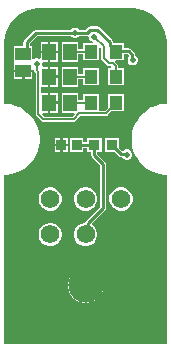
<source format=gbr>
%TF.GenerationSoftware,Altium Limited,Altium Designer,24.10.1 (45)*%
G04 Layer_Physical_Order=1*
G04 Layer_Color=255*
%FSLAX45Y45*%
%MOMM*%
%TF.SameCoordinates,0294F9B1-DA14-4278-B2A5-1D656DBEE686*%
%TF.FilePolarity,Positive*%
%TF.FileFunction,Copper,L1,Top,Signal*%
%TF.Part,Single*%
G01*
G75*
%TA.AperFunction,SMDPad,CuDef*%
%ADD10R,0.95000X0.95000*%
%ADD11R,0.85000X0.95000*%
%ADD12R,1.35000X1.10000*%
%ADD13R,1.10000X1.20000*%
%ADD14R,1.15000X1.45000*%
%TA.AperFunction,Conductor*%
%ADD15C,0.25000*%
%ADD16C,0.18000*%
%TA.AperFunction,ComponentPad*%
%ADD17C,3.00000*%
%ADD18C,1.57000*%
%ADD19R,1.57000X1.57000*%
%TA.AperFunction,ViaPad*%
%ADD20C,0.50000*%
G36*
X3620008Y5379999D02*
X3639607Y5379358D01*
X3639621Y5379357D01*
X3678527Y5374235D01*
X3704411Y5367299D01*
Y5367299D01*
X3704411Y5367299D01*
X3716431Y5364079D01*
X3752686Y5349061D01*
X3786671Y5329440D01*
X3817803Y5305551D01*
X3845552Y5277803D01*
X3869441Y5246671D01*
X3889062Y5212686D01*
X3904079Y5176431D01*
X3914235Y5138527D01*
X3919357Y5099620D01*
X3920000Y5080006D01*
X3920000Y4570168D01*
X3900337D01*
X3861347Y4565035D01*
X3823361Y4554857D01*
X3787029Y4539808D01*
X3752971Y4520144D01*
X3721772Y4496204D01*
X3693964Y4468396D01*
X3670024Y4437197D01*
X3650361Y4403140D01*
X3635311Y4366807D01*
X3625133Y4328821D01*
X3620000Y4289831D01*
Y4250505D01*
X3625133Y4211516D01*
X3635311Y4173530D01*
X3650361Y4137197D01*
X3670024Y4103140D01*
X3693964Y4071940D01*
X3721772Y4044133D01*
X3752971Y4020192D01*
X3787029Y4000529D01*
X3823361Y3985480D01*
X3861347Y3975301D01*
X3900337Y3970169D01*
X3920000D01*
X3920000Y2540000D01*
X2540000D01*
Y3970000D01*
X2559663D01*
X2598652Y3975133D01*
X2636639Y3985312D01*
X2672971Y4000361D01*
X2707029Y4020024D01*
X2738228Y4043964D01*
X2766036Y4071772D01*
X2789976Y4102971D01*
X2809639Y4137029D01*
X2824688Y4173361D01*
X2834867Y4211347D01*
X2840000Y4250337D01*
Y4289663D01*
X2834867Y4328653D01*
X2824688Y4366639D01*
X2809639Y4402971D01*
X2789976Y4437029D01*
X2766036Y4468228D01*
X2738228Y4496036D01*
X2707029Y4519976D01*
X2672971Y4539639D01*
X2636639Y4554688D01*
X2598652Y4564867D01*
X2559663Y4570000D01*
X2540000D01*
Y5080000D01*
X2540642Y5099621D01*
X2545764Y5138527D01*
X2555921Y5176432D01*
X2570938Y5212687D01*
X2590559Y5246671D01*
X2614448Y5277804D01*
X2642196Y5305552D01*
X2673329Y5329441D01*
X2707313Y5349062D01*
X2743568Y5364079D01*
X2781473Y5374235D01*
X2820379Y5379358D01*
X2840000Y5380000D01*
X3607300D01*
X3620008Y5379999D01*
D02*
G37*
%LPC*%
G36*
X3330600Y5225093D02*
X3269330D01*
X3259497Y5223138D01*
X3251162Y5217568D01*
X3229288Y5195694D01*
X3177946D01*
X3165490Y5208149D01*
X3148951Y5215000D01*
X3131049D01*
X3114510Y5208149D01*
X3102054Y5195694D01*
X2810000D01*
X2800168Y5193738D01*
X2791832Y5188168D01*
X2711832Y5108168D01*
X2706262Y5099832D01*
X2704306Y5090000D01*
Y5057700D01*
X2619800D01*
Y4922301D01*
X2619799Y4922300D01*
Y4917699D01*
X2619800D01*
X2619800Y4909600D01*
Y4860000D01*
X2700000D01*
X2788668D01*
X2792900Y4862262D01*
X2795429Y4860572D01*
Y4852445D01*
X2797114Y4843979D01*
X2801910Y4836801D01*
X2807875Y4830835D01*
Y4482976D01*
X2809559Y4474509D01*
X2814355Y4467331D01*
X2857331Y4424355D01*
X2864509Y4419559D01*
X2872976Y4417875D01*
X3128512D01*
X3136979Y4419559D01*
X3144157Y4424355D01*
X3187677Y4467875D01*
X3400000D01*
X3408467Y4469559D01*
X3415645Y4474355D01*
X3448590Y4507300D01*
X3552700D01*
Y4652700D01*
X3417300D01*
Y4538590D01*
X3390835Y4512125D01*
X3342700D01*
Y4652700D01*
X3207300D01*
Y4602125D01*
X3167700D01*
Y4665200D01*
X3027300D01*
Y4494800D01*
X3135429D01*
X3140289Y4483067D01*
X3119348Y4462125D01*
X2882141D01*
X2862166Y4482100D01*
X2867426Y4494800D01*
X2912500D01*
Y4580000D01*
Y4665200D01*
X2852300Y4665200D01*
X2852125Y4677828D01*
Y4702172D01*
X2852300Y4714800D01*
X2912500D01*
Y4800000D01*
Y4885200D01*
X2869368D01*
X2860882Y4897900D01*
X2862554Y4901938D01*
Y4919840D01*
X2865869Y4924800D01*
X2912500D01*
Y5000000D01*
X2852300D01*
Y4956376D01*
X2839600Y4950465D01*
X2826505Y4955889D01*
X2808603D01*
X2792064Y4949038D01*
X2791933Y4948907D01*
X2780200Y4953767D01*
Y5057700D01*
X2755693D01*
Y5079357D01*
X2820643Y5144306D01*
X3102054D01*
X3114510Y5131851D01*
X3131049Y5125000D01*
X3148951D01*
X3165490Y5131851D01*
X3177946Y5144306D01*
X3239930D01*
X3242300Y5144778D01*
X3254774Y5135813D01*
X3255000Y5135341D01*
Y5131049D01*
X3261851Y5114509D01*
X3274510Y5101851D01*
X3291049Y5095000D01*
X3290084Y5082700D01*
X3207300D01*
Y5032125D01*
X3167700D01*
Y5095200D01*
X3027300D01*
Y4924800D01*
X3167700D01*
Y4987875D01*
X3207300D01*
Y4937300D01*
X3342700D01*
Y5047360D01*
X3354531Y5052527D01*
X3362128Y5046390D01*
Y4954735D01*
X3363812Y4946268D01*
X3368608Y4939090D01*
X3410849Y4896849D01*
X3418027Y4892053D01*
X3426494Y4890369D01*
X3443686D01*
X3447381Y4885400D01*
X3440998Y4872700D01*
X3417300D01*
Y4727300D01*
X3552700D01*
Y4872700D01*
X3507125D01*
Y4887000D01*
X3505441Y4895467D01*
X3500645Y4902645D01*
X3478690Y4924600D01*
X3483695Y4937300D01*
X3552700D01*
Y4988825D01*
X3587810D01*
X3599523Y4977112D01*
Y4973163D01*
X3591851Y4965490D01*
X3585000Y4948951D01*
Y4931049D01*
X3591851Y4914510D01*
X3604510Y4901851D01*
X3621049Y4895000D01*
X3638951D01*
X3655491Y4901851D01*
X3668149Y4914510D01*
X3675000Y4931049D01*
Y4948951D01*
X3668149Y4965490D01*
X3655491Y4978149D01*
X3650910Y4980046D01*
Y4987755D01*
X3648955Y4997587D01*
X3643385Y5005923D01*
X3616621Y5032687D01*
X3608285Y5038257D01*
X3598453Y5040212D01*
X3552700D01*
Y5082700D01*
X3464694D01*
Y5091000D01*
X3462738Y5100833D01*
X3457168Y5109168D01*
X3348769Y5217568D01*
X3340433Y5223138D01*
X3330600Y5225093D01*
D02*
G37*
G36*
X2992700Y5095200D02*
X2932500D01*
Y5020000D01*
X2992700D01*
Y5095200D01*
D02*
G37*
G36*
X2912500D02*
X2852300D01*
Y5020000D01*
X2912500D01*
Y5095200D01*
D02*
G37*
G36*
X2992700Y5000000D02*
X2932500D01*
Y4924800D01*
X2992700D01*
Y5000000D01*
D02*
G37*
G36*
Y4885200D02*
X2932500D01*
Y4810000D01*
X2992700D01*
Y4885200D01*
D02*
G37*
G36*
X2780200Y4840000D02*
X2710000D01*
Y4782300D01*
X2780200D01*
Y4840000D01*
D02*
G37*
G36*
X2690000D02*
X2619800D01*
Y4782300D01*
X2690000D01*
Y4840000D01*
D02*
G37*
G36*
X3167700Y4885200D02*
X3027300D01*
Y4714800D01*
X3167700D01*
Y4777875D01*
X3207300D01*
Y4727300D01*
X3342700D01*
Y4872700D01*
X3207300D01*
Y4822125D01*
X3167700D01*
Y4885200D01*
D02*
G37*
G36*
X2992700Y4790000D02*
X2932500D01*
Y4714800D01*
X2992700D01*
Y4790000D01*
D02*
G37*
G36*
X2932500Y4665200D02*
Y4590000D01*
X2992700D01*
Y4665200D01*
X2932500D01*
D02*
G37*
G36*
X2992700Y4570000D02*
X2932500D01*
Y4494800D01*
X2992700D01*
Y4570000D01*
D02*
G37*
G36*
X3365200Y4280200D02*
X3244800D01*
Y4245694D01*
X3210200D01*
Y4280200D01*
X3099800D01*
Y4159800D01*
X3210200D01*
Y4194306D01*
X3244800D01*
Y4159800D01*
X3279306D01*
Y4135000D01*
X3281262Y4125168D01*
X3286832Y4116832D01*
X3354306Y4049357D01*
Y3700643D01*
X3231106Y3577442D01*
X3225536Y3569107D01*
X3224321Y3563000D01*
X3217032D01*
X3191980Y3556287D01*
X3169519Y3543320D01*
X3151180Y3524981D01*
X3138213Y3502520D01*
X3131500Y3477468D01*
Y3451532D01*
X3138213Y3426481D01*
X3151180Y3404020D01*
X3169519Y3385681D01*
X3191980Y3372713D01*
X3217032Y3366000D01*
X3242968D01*
X3268019Y3372713D01*
X3290480Y3385681D01*
X3308819Y3404020D01*
X3321787Y3426481D01*
X3328500Y3451532D01*
Y3477468D01*
X3321787Y3502520D01*
X3308819Y3524981D01*
X3290480Y3543320D01*
X3286312Y3545726D01*
X3284654Y3558318D01*
X3398168Y3671832D01*
X3403738Y3680168D01*
X3405694Y3690000D01*
Y4060000D01*
X3403738Y4069833D01*
X3398168Y4078168D01*
X3330694Y4145643D01*
Y4159800D01*
X3365200D01*
Y4280200D01*
D02*
G37*
G36*
X3080200D02*
X3035000D01*
Y4230000D01*
X3080200D01*
Y4280200D01*
D02*
G37*
G36*
X3015000D02*
X2969800D01*
Y4230000D01*
X3015000D01*
Y4280200D01*
D02*
G37*
G36*
X3080200Y4210000D02*
X3035000D01*
Y4159800D01*
X3080200D01*
Y4210000D01*
D02*
G37*
G36*
X3015000D02*
X2969800D01*
Y4159800D01*
X3015000D01*
Y4210000D01*
D02*
G37*
G36*
X3515200Y4280200D02*
X3394800D01*
Y4159800D01*
X3478864D01*
X3512048Y4126615D01*
X3520384Y4121046D01*
X3530216Y4119090D01*
X3539954D01*
X3541851Y4114510D01*
X3554510Y4101851D01*
X3571049Y4095000D01*
X3588951D01*
X3605490Y4101851D01*
X3618149Y4114510D01*
X3625000Y4131049D01*
Y4148951D01*
X3618149Y4165491D01*
X3605490Y4178149D01*
X3588951Y4185000D01*
X3571049D01*
X3554510Y4178149D01*
X3546837Y4170477D01*
X3540859D01*
X3515200Y4196136D01*
Y4280200D01*
D02*
G37*
G36*
X3542968Y3863000D02*
X3517032D01*
X3491980Y3856287D01*
X3469519Y3843319D01*
X3451180Y3824980D01*
X3438213Y3802519D01*
X3431500Y3777468D01*
Y3751532D01*
X3438213Y3726480D01*
X3451180Y3704020D01*
X3469519Y3685680D01*
X3491980Y3672713D01*
X3517032Y3666000D01*
X3542968D01*
X3568019Y3672713D01*
X3590480Y3685680D01*
X3608819Y3704020D01*
X3621787Y3726480D01*
X3628500Y3751532D01*
Y3777468D01*
X3621787Y3802519D01*
X3608819Y3824980D01*
X3590480Y3843319D01*
X3568019Y3856287D01*
X3542968Y3863000D01*
D02*
G37*
G36*
X3242968D02*
X3217032D01*
X3191980Y3856287D01*
X3169519Y3843319D01*
X3151180Y3824980D01*
X3138213Y3802519D01*
X3131500Y3777468D01*
Y3751532D01*
X3138213Y3726480D01*
X3151180Y3704020D01*
X3169519Y3685680D01*
X3191980Y3672713D01*
X3217032Y3666000D01*
X3242968D01*
X3268019Y3672713D01*
X3290480Y3685680D01*
X3308819Y3704020D01*
X3321787Y3726480D01*
X3328500Y3751532D01*
Y3777468D01*
X3321787Y3802519D01*
X3308819Y3824980D01*
X3290480Y3843319D01*
X3268019Y3856287D01*
X3242968Y3863000D01*
D02*
G37*
G36*
X2942968D02*
X2917032D01*
X2891981Y3856287D01*
X2869520Y3843319D01*
X2851180Y3824980D01*
X2838213Y3802519D01*
X2831500Y3777468D01*
Y3751532D01*
X2838213Y3726480D01*
X2851180Y3704020D01*
X2869520Y3685680D01*
X2891981Y3672713D01*
X2917032Y3666000D01*
X2942968D01*
X2968019Y3672713D01*
X2990480Y3685680D01*
X3008819Y3704020D01*
X3021787Y3726480D01*
X3028500Y3751532D01*
Y3777468D01*
X3021787Y3802519D01*
X3008819Y3824980D01*
X2990480Y3843319D01*
X2968019Y3856287D01*
X2942968Y3863000D01*
D02*
G37*
G36*
Y3563000D02*
X2917032D01*
X2891981Y3556287D01*
X2869520Y3543320D01*
X2851180Y3524981D01*
X2838213Y3502520D01*
X2831500Y3477468D01*
Y3451532D01*
X2838213Y3426481D01*
X2851180Y3404020D01*
X2869520Y3385681D01*
X2891981Y3372713D01*
X2917032Y3366000D01*
X2942968D01*
X2968019Y3372713D01*
X2990480Y3385681D01*
X3008819Y3404020D01*
X3021787Y3426481D01*
X3028500Y3451532D01*
Y3477468D01*
X3021787Y3502520D01*
X3008819Y3524981D01*
X2990480Y3543320D01*
X2968019Y3556287D01*
X2942968Y3563000D01*
D02*
G37*
G36*
X3244774Y3182500D02*
X3215226D01*
X3186247Y3176735D01*
X3158948Y3165428D01*
X3134381Y3149012D01*
X3113487Y3128119D01*
X3097072Y3103552D01*
X3085764Y3076253D01*
X3080000Y3047274D01*
Y3017726D01*
X3085764Y2988747D01*
X3097072Y2961448D01*
X3113487Y2936881D01*
X3134381Y2915987D01*
X3158948Y2899572D01*
X3186247Y2888264D01*
X3215226Y2882500D01*
X3244774D01*
X3273753Y2888264D01*
X3301052Y2899572D01*
X3325619Y2915987D01*
X3346512Y2936881D01*
X3362928Y2961448D01*
X3374235Y2988747D01*
X3380000Y3017726D01*
Y3047274D01*
X3374235Y3076253D01*
X3362928Y3103552D01*
X3346512Y3128119D01*
X3325619Y3149012D01*
X3301052Y3165428D01*
X3273753Y3176735D01*
X3244774Y3182500D01*
D02*
G37*
%LPD*%
D10*
X3305000Y4220000D02*
D03*
X3455000D02*
D03*
D11*
X3155000D02*
D03*
X3025000D02*
D03*
D12*
X2700000Y4990000D02*
D03*
Y4850000D02*
D03*
D13*
X3485000Y5010000D02*
D03*
X3275000D02*
D03*
X3485000Y4800000D02*
D03*
X3275000D02*
D03*
X3485000Y4580000D02*
D03*
X3275000D02*
D03*
D14*
X2922500Y5010000D02*
D03*
X3097500D02*
D03*
X2922500Y4800000D02*
D03*
X3097500D02*
D03*
X2922500Y4580000D02*
D03*
X3097500D02*
D03*
D15*
X3530216Y4144783D02*
X3575217D01*
X3455000Y4220000D02*
X3530216Y4144783D01*
X3575217D02*
X3580000Y4140000D01*
X3380000Y3690000D02*
Y4060000D01*
X3230000Y3464500D02*
X3249274Y3483774D01*
Y3559274D02*
X3380000Y3690000D01*
X3249274Y3483774D02*
Y3559274D01*
X3305000Y4135000D02*
Y4220000D01*
Y4135000D02*
X3380000Y4060000D01*
X3155000Y4220000D02*
X3305000D01*
X3489519Y5014519D02*
X3598453D01*
X3625217Y4944783D02*
X3630000Y4940000D01*
X3625217Y4944783D02*
Y4987755D01*
X3598453Y5014519D02*
X3625217Y4987755D01*
X3439000Y5056000D02*
Y5091000D01*
X3269330Y5199400D02*
X3330600D01*
X3439000Y5091000D01*
X3239930Y5170000D02*
X3269330Y5199400D01*
X2730000Y5090000D02*
X2810000Y5170000D01*
X3239930D01*
X2700000Y4990000D02*
X2710000D01*
X2730000Y5010000D02*
Y5090000D01*
X2710000Y4990000D02*
X2730000Y5010000D01*
X3439000Y5056000D02*
X3485000Y5010000D01*
X3489519Y5014519D01*
D16*
X2930000Y4220000D02*
X3025000D01*
X3300000Y5140000D02*
X3301012D01*
X3384253Y5056760D01*
X2830000Y4482976D02*
X2872976Y4440000D01*
X2830000Y4482976D02*
Y4840000D01*
X2872976Y4440000D02*
X3128512D01*
X2817554Y4852445D02*
X2830000Y4840000D01*
X2817554Y4852445D02*
Y4910889D01*
X3128512Y4440000D02*
X3178512Y4490000D01*
X2710000Y4750000D02*
Y4840000D01*
X3400000Y4490000D02*
X3485000Y4575000D01*
X3178512Y4490000D02*
X3400000D01*
X3485000Y4575000D02*
Y4580000D01*
X3384253Y4954735D02*
X3426494Y4912494D01*
X3459506D02*
X3485000Y4887000D01*
X3426494Y4912494D02*
X3459506D01*
X3384253Y4954735D02*
Y5056760D01*
X3485000Y4800000D02*
Y4887000D01*
X3097500Y5010000D02*
X3275000D01*
X3097500Y4800000D02*
X3275000D01*
X3097500Y4580000D02*
X3275000D01*
X2700000Y4850000D02*
X2710000Y4840000D01*
D17*
X3230000Y3032500D02*
D03*
D18*
X2930000Y3764500D02*
D03*
X3230000D02*
D03*
X3530000D02*
D03*
X2930000Y3464500D02*
D03*
X3230000D02*
D03*
D19*
X3530000D02*
D03*
D20*
X3580000Y4140000D02*
D03*
X2930000Y4220000D02*
D03*
X3630000Y4940000D02*
D03*
X3642900Y4690000D02*
D03*
X3660000Y3940000D02*
D03*
X3300000Y5140000D02*
D03*
X3140000Y5170000D02*
D03*
X2850000Y5250000D02*
D03*
X2930000Y4070000D02*
D03*
X3690000Y5200000D02*
D03*
X2817554Y4910889D02*
D03*
X2710000Y4750000D02*
D03*
%TF.MD5,d990b288ffe74028ebfaf445f80afddb*%
M02*

</source>
